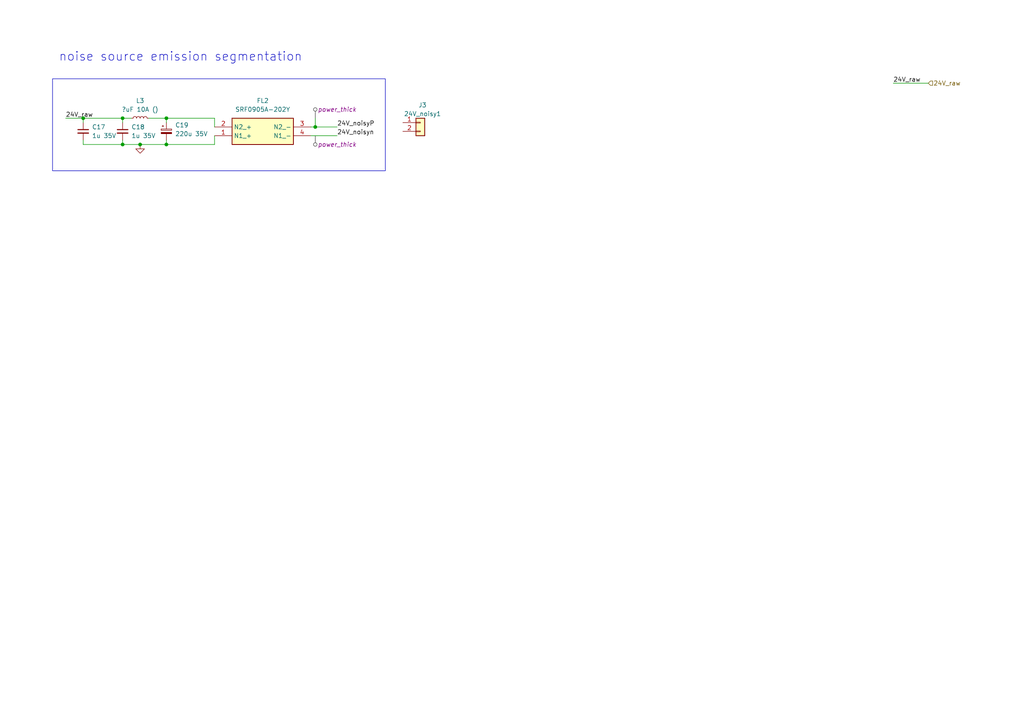
<source format=kicad_sch>
(kicad_sch (version 20231120) (generator "eeschema") (generator_version "8.0")
  (paper "A4")
  (title_block (title "EP5 rearbox powerboard") (date "2024-06-27") (rev "2.0") (company "NTURacing") (comment 1 "郭哲明") (comment 2 "Electrical group"))
  (lib_symbols
    (symbol "Connector_Generic:Conn_01x02" (pin_names (offset 1.016) hide)
      (property "Reference" "J" (at 0 2.54 0))
      (property "Value" "Conn_01x02" (at 0 -5.08 0))
      (symbol "Conn_01x02_1_1"
        (rectangle (start -1.27 -2.413) (end 0 -2.667) (stroke (width 0.1524)))
        (rectangle (start -1.27 0.127) (end 0 -0.127) (stroke (width 0.1524)))
        (rectangle (start -1.27 1.27) (end 1.27 -3.81) (stroke (width 0.254)) (fill (type background)))
        (pin passive line (at -5.08 0 0) (length 3.81) (name "Pin_1") (number "1"))
        (pin passive line (at -5.08 -2.54 0) (length 3.81) (name "Pin_2") (number "2"))
      )
    )
    (symbol "Device:C_Polarized_Small" (pin_numbers hide) (pin_names (offset 0.254) hide)
      (property "Reference" "C" (at 0.254 1.778 0))
      (property "Value" "C_Polarized_Small" (at 0.254 -2.032 0))
      (symbol "C_Polarized_Small_0_1"
        (rectangle (start -1.524 -0.3048) (end 1.524 -0.6858) (fill (type outline)))
        (rectangle (start -1.524 0.6858) (end 1.524 0.3048))
        (polyline (pts (xy -1.27 1.524) (xy -0.762 1.524)))
        (polyline (pts (xy -1.016 1.27) (xy -1.016 1.778)))
      )
      (symbol "C_Polarized_Small_1_1"
        (pin passive line (at 0 2.54 270) (length 1.8542) (name "~") (number "1"))
        (pin passive line (at 0 -2.54 90) (length 1.8542) (name "~") (number "2"))
      )
    )
    (symbol "Device:C_Small" (pin_numbers hide) (pin_names (offset 0.254) hide)
      (property "Reference" "C" (at 0.254 1.778 0))
      (property "Value" "C_Small" (at 0.254 -2.032 0))
      (symbol "C_Small_0_1"
        (polyline (pts (xy -1.524 -0.508) (xy 1.524 -0.508)) (stroke (width 0.3302)))
        (polyline (pts (xy -1.524 0.508) (xy 1.524 0.508)) (stroke (width 0.3048)))
      )
      (symbol "C_Small_1_1"
        (pin passive line (at 0 2.54 270) (length 2.032) (name "~") (number "1"))
        (pin passive line (at 0 -2.54 90) (length 2.032) (name "~") (number "2"))
      )
    )
    (symbol "Device:L_Small" (pin_numbers hide) (pin_names (offset 0.254) hide)
      (property "Reference" "L" (at 0.762 1.016 0))
      (property "Value" "L_Small" (at 0.762 -1.016 0))
      (symbol "L_Small_0_1"
        (arc (start 0 -2.032) (mid 0.5058 -1.524) (end 0 -1.016))
        (arc (start 0 -1.016) (mid 0.5058 -0.508) (end 0 0))
        (arc (start 0 0) (mid 0.5058 0.508) (end 0 1.016))
        (arc (start 0 1.016) (mid 0.5058 1.524) (end 0 2.032))
      )
      (symbol "L_Small_1_1"
        (pin passive line (at 0 2.54 270) (length 0.508) (name "~") (number "1"))
        (pin passive line (at 0 -2.54 90) (length 0.508) (name "~") (number "2"))
      )
    )
    (symbol "SamacSys_Parts:SRF0905A-202Y"
      (property "Reference" "FL" (at 24.13 7.62 0))
      (property "Value" "SRF0905A-202Y" (at 24.13 5.08 0))
      (symbol "SRF0905A-202Y_1_1"
        (rectangle (start 5.08 2.54) (end 22.86 -5.08) (stroke (width 0.254)) (fill (type background)))
        (pin passive line (at 0 -2.54 0) (length 5.08) (name "N1_+") (number "1"))
        (pin passive line (at 0 0 0) (length 5.08) (name "N2_+") (number "2"))
        (pin passive line (at 27.94 0 180) (length 5.08) (name "N2_-") (number "3"))
        (pin passive line (at 27.94 -2.54 180) (length 5.08) (name "N1_-") (number "4"))
      )
    )
    (symbol "power:GND" (power) (pin_names (offset 0))
      (property "Value" "GND" (at 0 -3.81 0))
      (symbol "GND_0_1"
        (polyline (pts (xy 0 0) (xy 0 -1.27) (xy 1.27 -1.27) (xy 0 -2.54) (xy -1.27 -1.27) (xy 0 -1.27)))
      )
      (symbol "GND_1_1"
        (pin power_in line (at 0 0 270) (length 0) hide (name "GND") (number "1"))
      )
    )
  )
  (junction (at 48.26 41.91))
  (junction (at 24.13 34.29))
  (junction (at 35.56 34.29))
  (junction (at 91.44 36.83))
  (junction (at 35.56 41.91))
  (junction (at 48.26 34.29))
  (junction (at 40.64 41.91))
  (wire (pts (xy 97.79 39.37) (xy 90.17 39.37)))
  (wire (pts (xy 259.08 24.13) (xy 269.24 24.13)))
  (wire (pts (xy 19.05 34.29) (xy 24.13 34.29)))
  (wire (pts (xy 35.56 34.29) (xy 38.1 34.29)))
  (wire (pts (xy 35.56 41.91) (xy 35.56 40.64)))
  (wire (pts (xy 40.64 41.91) (xy 48.26 41.91)))
  (wire (pts (xy 48.26 41.91) (xy 62.23 41.91)))
  (wire (pts (xy 35.56 41.91) (xy 40.64 41.91)))
  (wire (pts (xy 97.79 36.83) (xy 91.44 36.83)))
  (wire (pts (xy 62.23 41.91) (xy 62.23 39.37)))
  (wire (pts (xy 48.26 34.29) (xy 43.18 34.29)))
  (wire (pts (xy 48.26 34.29) (xy 48.26 35.56)))
  (wire (pts (xy 62.23 36.83) (xy 62.23 34.29)))
  (wire (pts (xy 48.26 41.91) (xy 48.26 40.64)))
  (wire (pts (xy 24.13 34.29) (xy 35.56 34.29)))
  (wire (pts (xy 24.13 41.91) (xy 24.13 40.64)))
  (wire (pts (xy 91.44 34.29) (xy 91.44 36.83)))
  (wire (pts (xy 48.26 34.29) (xy 62.23 34.29)))
  (wire (pts (xy 35.56 35.56) (xy 35.56 34.29)))
  (wire (pts (xy 24.13 35.56) (xy 24.13 34.29)))
  (wire (pts (xy 24.13 41.91) (xy 35.56 41.91)))
  (wire (pts (xy 91.44 36.83) (xy 90.17 36.83)))
  (rectangle (start 15.24 22.86) (end 111.76 49.53))
  (text "noise source emission segmentation" (at 17.018 18.034 0) (effects (font (size 2.54 2.54)) (justify left bottom)))
  (label "24V_noisyP" (at 97.79 36.83 0))
  (label "24V_noisyn" (at 97.79 39.37 0))
  (label "24V_raw" (at 19.05 34.29 0))
  (label "24V_raw" (at 259.08 24.13 0))
  (hierarchical_label "24V_raw" (shape input) (at 269.24 24.13 0))
  (netclass_flag "" (length 2.54) (shape round) (at 91.44 39.37 180) (property "Netclass" "power_thick" (at 92.1385 41.91 0) (effects (font (italic yes)) (justify left))))
  (netclass_flag "" (length 2.54) (shape round) (at 91.44 34.29 0) (property "Netclass" "power_thick" (at 92.1385 31.75 0) (effects (font (italic yes)) (justify left))))
  (symbol (lib_id "Device:L_Small") (at 40.64 34.29 90) (unit 1)
    (property "Reference" "L3" (at 40.64 29.21 90))
    (property "Value" "?uF 10A ()" (at 40.64 31.75 90))
    (property "Footprint" "SamacSys_Parts:SRR6040A180M" (effects (hide yes)))
  )
  (symbol (lib_id "power:GND") (at 40.64 41.91 0) (unit 1)
    (property "Reference" "#PWR047" (effects (hide yes)))
    (property "Value" "GND" (effects (hide yes)))
  )
  (symbol (lib_id "Device:C_Polarized_Small") (at 48.26 38.1 0) (unit 1)
    (property "Reference" "C19" (at 50.8 36.2839 0) (effects (justify left)))
    (property "Value" "220u 35V" (at 50.8 38.8239 0) (effects (justify left)))
    (property "Footprint" "Capacitor_THT:CP_Radial_D8.0mm_P3.80mm" (effects (hide yes)))
  )
  (symbol (lib_id "Device:C_Small") (at 35.56 38.1 0) (unit 1)
    (property "Reference" "C18" (at 38.1 36.8362 0) (effects (justify left)))
    (property "Value" "1u 35V" (at 38.1 39.3762 0) (effects (justify left)))
    (property "Footprint" "Capacitor_SMD:C_0603_1608Metric" (effects (hide yes)))
  )
  (symbol (lib_id "SamacSys_Parts:SRF0905A-202Y") (at 62.23 36.83 0) (unit 1)
    (property "Reference" "FL2" (at 76.2 29.21 0))
    (property "Value" "SRF0905A-202Y" (at 76.2 31.75 0))
    (property "Footprint" "SamacSys_Parts:SRF0905A102Y" (effects (hide yes)))
    (property "Datasheet" "https://www.bourns.com/docs/product-datasheets/srf0905a.pdf?sfvrsn=430362b1_10" (effects (hide yes)))
    (property "Description" "Common Mode Chokes Dual 2000uH 3kOhm 100kHz 0.6A 0.42Ohm DCR SMD Automotive T/R" (effects (hide yes)))
    (property "Height" "5.3" (effects (hide yes)))
    (property "Mouser Part Number" "652-SRF0905A-202Y" (effects (hide yes)))
    (property "Mouser Price/Stock" "https://www.mouser.co.uk/ProductDetail/Bourns/SRF0905A-202Y?qs=xGZga0pI15POK7XYsjXRDg%3D%3D" (effects (hide yes)))
    (property "Manufacturer_Name" "Bourns" (effects (hide yes)))
    (property "Manufacturer_Part_Number" "SRF0905A-202Y" (effects (hide yes)))
  )
  (symbol (lib_id "Device:C_Small") (at 24.13 38.1 0) (unit 1)
    (property "Reference" "C17" (at 26.67 36.8362 0) (effects (justify left)))
    (property "Value" "1u 35V" (at 26.67 39.3762 0) (effects (justify left)))
    (property "Footprint" "Capacitor_SMD:C_0603_1608Metric" (effects (hide yes)))
  )
  (symbol (lib_id "Connector_Generic:Conn_01x02") (at 121.92 35.56 0) (unit 1)
    (property "Reference" "J3" (at 122.555 30.48 0))
    (property "Value" "24V_noisy1" (at 122.555 33.02 0))
    (property "Footprint" "Connector_Molex:Molex_KK-396_A-41791-0002_1x02_P3.96mm_Vertical" (effects (hide yes)))
  )
)
</source>
